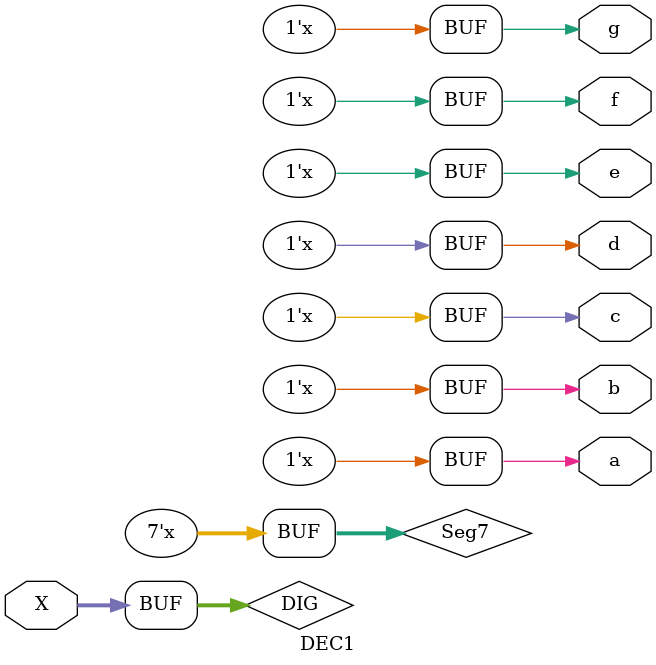
<source format=v>
module DEC1 (X,a,b,c,d,e,f,g);
input [3:0] X;
output reg a,b,c,d,e,f,g;

reg [0:6] Seg7;
reg [3:0] DIG;

always @ (DIG) begin
 case (DIG)
 4'b0000: Seg7 = 7'b0001001; //M -> E -> R ->R
 4'b0001: Seg7 = 7'b0110000; //E -> R -> R ->Y
 4'b0010: Seg7 = 7'b0111001; //R -> R -> Y ->*
 4'b0011: Seg7 = 7'b0111001; //R -> Y -> * ->*
 4'b0100: Seg7 = 7'b1000100; //Y -> * -> * ->X
 4'b0101: Seg7 = 7'b1111111; //* -> * -> X ->-
 4'b0110: Seg7 = 7'b1111111; //* -> X -> - ->M
 4'b0111: Seg7 = 7'b1001000; //X -> - -> M ->A
 4'b1000: Seg7 = 7'b1111110; //- -> M -> A ->S
 4'b1001: Seg7 = 7'b0001001; //M -> A -> S ->*
 4'b1010: Seg7 = 7'b0001000; //A -> S -> * ->*
 4'b1011: Seg7 = 7'b0100100; //S -> * -> * ->*
 4'b1100: Seg7 = 7'b1111111; //* -> * -> * ->*
 4'b1101: Seg7 = 7'b1111111; //* -> * -> * ->M
 4'b1110: Seg7 = 7'b1111111; //* -> * -> M ->E
 4'b1111: Seg7 = 7'b1111111; //* -> M -> E ->R
 default: Seg7 = 7'bxxxxxxx; //
 
 endcase
 
 DIG = {X};
 {a,b,c,d,e,f,g} = Seg7;
 end
 endmodule

</source>
